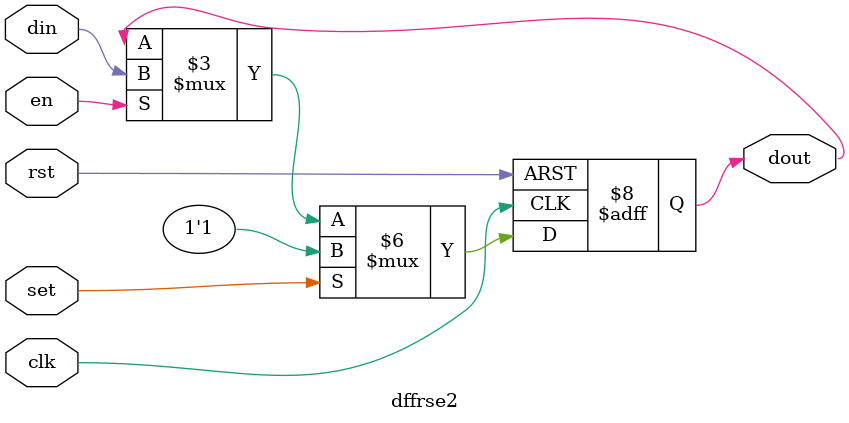
<source format=v>
module me (
input   eck,
input   er,
input   es,
input   eena,
input   up,
input   ini,
output  [6:0] sq);


wire [2:0] ea;
wire [2:0] pe;
wire out, out_certo;
wire nini;
not(nini, ini);
and(out_certo, eena, out);


freq_div contador (.eck(eck),.er(er),.es(es),.eena(eena),.j(out));


cc_pe proximo_estado (.ea(ea), .up(up), .pe(pe));


reg3 meu_registrador_querido (.d(pe), .ck(eck), .reset(er),
.set(es), .enable(out_certo), .q(ea), .nini(nini));


cc_saida xololo (.ea(ea), .s(sq));
   
endmodule




module cc_pe (
input   [2:0] ea,
input up,
output  [2:0] pe);


wire nup;
wire nea[2:0];
wire w0, w1, w2, w3, w4, w5, w6, w7;


not(nup, up);
not(nea[2], ea[2]);
not(nea[1], ea[1]);
not(nea[0], ea[0]);


and(w0, nup, ea[1], ea[0]);
and(w1, up, ea[1], nea[0]);
and(w2, nup, nea[1], nea[0]);
and(w3, up, nea[1], ea[0]);


and(w4, nup, ea[2], ea[0]);
and(w5, up, ea[2], nea[0]);
and(w6, up, ea[1], ea[0]);
and(w7, nup, ea[1], nea[0]);


or(pe[2], w0, w1, w2, w3, nea[2]);
or(pe[1], w4, w5, w6, w7);
buf(pe[0], nea[0]);


endmodule




module cc_saida (
input   [2:0] ea,
output  [6:0] s);


wire nea0,nea1,nea2;
wire w0,w1,w2,w3,w4,w5;
not(nea2, ea[2]);
not(nea1, ea[1]);
not(nea0, ea[0]);


and(w0, ea[2], ea[1]);
and(w1, nea1, ea[0]);


and(w2, ea[2], nea0);
and(w3, ea[1], ea[0]);


and(w4, nea0, ea[2]);
and(w5, ea[1], ea[0]);


or(s[6], w4, w5);
or(s[5], ea[0], nea2, nea1);
buf(s[4], 1'b1);
or(s[3], w2, w3);
and(s[2], ea[2], ea[1], ea[0]);
or(s[1], w0, w1);
or(s[0], ea[0], ea[2]);


endmodule




module reg3 (
input   [2:0] d,
input   ck,
input   reset,
input   set,
input   enable,
output  [2:0] q,
input   nini);


dffrse armazena_ea2(
        .din(d[2]),
        .dout(q[2]),
        .clk(ck),
        .en(enable),
        .set(nini),
        .rst(reset));    


dffrse armazena_ea1(
        .din(d[1]),
        .dout(q[1]),
        .clk(ck),
        .en(enable),
        .set(set),
        .rst(nini));
       
dffrse armazena_ea0(
        .din(d[0]),
        .dout(q[0]),
        .clk(ck),
        .en(enable),
        .set(set),
        .rst(nini));    
   
endmodule




module dffrse(din, dout, clk, en, set, rst);
    input din, clk, en, set, rst;
    output reg dout;


    always@(posedge clk, posedge rst) begin
        if(rst)
            dout <= 1'b0;
        else if(set)
            dout <= 1'b1;
        else if(en)
            dout <= din;
        else
            dout <= dout;
    end
endmodule




//divisor
module freq_div (
input   eck,
input   er,
input   es,
input   eena,
output  j);


wire [1:0] ea;
wire [1:0] pe;


cc_pe2 proximo_estado (.ea(ea), .pe(pe));


reg4 meu_registrador_querido (.d(pe), .ck(eck), .reset(er),
.set(es), .enable(eena), .q(ea));


cc_saida2 xololo (.ea(ea), .s(j));
   
endmodule




module cc_pe2 (
input   [1:0] ea,
output  [1:0] pe);
 
buf(pe[1], ea[0]);
nor(pe[0], ea[1], ea[0]);


endmodule




module cc_saida2 (
input   [1:0] ea,
output  s);


buf(s, ea[0]);


endmodule




module reg4 (
input   [1:0] d,
input   ck,
input   reset,
input   set,
input   enable,
output  [1:0] q);


dffrse armazena_ea1(
        .din(d[1]),
        .dout(q[1]),
        .clk(ck),
        .en(enable),
        .set(set),
        .rst(reset));
       
dffrse armazena_ea0(
        .din(d[0]),
        .dout(q[0]),
        .clk(ck),
        .en(enable),
        .set(set),
        .rst(reset));                                              
endmodule




module dffrse2(din, dout, clk, en, set, rst);
    input din, clk, en, set, rst;
    output reg dout;


    always@(posedge clk, posedge rst) begin
        if(rst)
            dout <= 1'b0;
        else if(set)
            dout <= 1'b1;
        else if(en)
            dout <= din;
        else
            dout <= dout;
    end
endmodule

</source>
